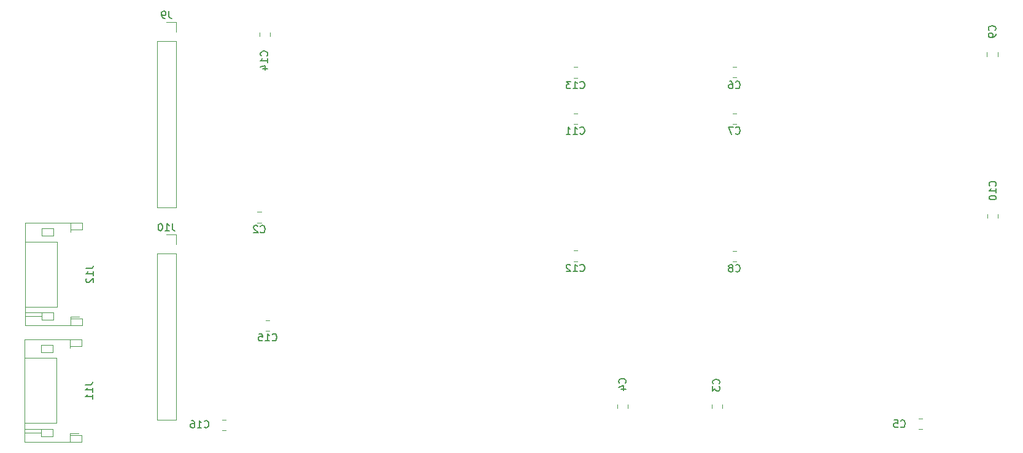
<source format=gbr>
%TF.GenerationSoftware,KiCad,Pcbnew,8.0.9*%
%TF.CreationDate,2025-05-07T23:17:47-04:00*%
%TF.ProjectId,RAMEXPB_V3,52414d45-5850-4425-9f56-332e6b696361,rev?*%
%TF.SameCoordinates,Original*%
%TF.FileFunction,Legend,Bot*%
%TF.FilePolarity,Positive*%
%FSLAX46Y46*%
G04 Gerber Fmt 4.6, Leading zero omitted, Abs format (unit mm)*
G04 Created by KiCad (PCBNEW 8.0.9) date 2025-05-07 23:17:47*
%MOMM*%
%LPD*%
G01*
G04 APERTURE LIST*
%ADD10C,0.150000*%
%ADD11C,0.120000*%
G04 APERTURE END LIST*
D10*
X173621666Y-115744580D02*
X173669285Y-115792200D01*
X173669285Y-115792200D02*
X173812142Y-115839819D01*
X173812142Y-115839819D02*
X173907380Y-115839819D01*
X173907380Y-115839819D02*
X174050237Y-115792200D01*
X174050237Y-115792200D02*
X174145475Y-115696961D01*
X174145475Y-115696961D02*
X174193094Y-115601723D01*
X174193094Y-115601723D02*
X174240713Y-115411247D01*
X174240713Y-115411247D02*
X174240713Y-115268390D01*
X174240713Y-115268390D02*
X174193094Y-115077914D01*
X174193094Y-115077914D02*
X174145475Y-114982676D01*
X174145475Y-114982676D02*
X174050237Y-114887438D01*
X174050237Y-114887438D02*
X173907380Y-114839819D01*
X173907380Y-114839819D02*
X173812142Y-114839819D01*
X173812142Y-114839819D02*
X173669285Y-114887438D01*
X173669285Y-114887438D02*
X173621666Y-114935057D01*
X172764523Y-114839819D02*
X172954999Y-114839819D01*
X172954999Y-114839819D02*
X173050237Y-114887438D01*
X173050237Y-114887438D02*
X173097856Y-114935057D01*
X173097856Y-114935057D02*
X173193094Y-115077914D01*
X173193094Y-115077914D02*
X173240713Y-115268390D01*
X173240713Y-115268390D02*
X173240713Y-115649342D01*
X173240713Y-115649342D02*
X173193094Y-115744580D01*
X173193094Y-115744580D02*
X173145475Y-115792200D01*
X173145475Y-115792200D02*
X173050237Y-115839819D01*
X173050237Y-115839819D02*
X172859761Y-115839819D01*
X172859761Y-115839819D02*
X172764523Y-115792200D01*
X172764523Y-115792200D02*
X172716904Y-115744580D01*
X172716904Y-115744580D02*
X172669285Y-115649342D01*
X172669285Y-115649342D02*
X172669285Y-115411247D01*
X172669285Y-115411247D02*
X172716904Y-115316009D01*
X172716904Y-115316009D02*
X172764523Y-115268390D01*
X172764523Y-115268390D02*
X172859761Y-115220771D01*
X172859761Y-115220771D02*
X173050237Y-115220771D01*
X173050237Y-115220771D02*
X173145475Y-115268390D01*
X173145475Y-115268390D02*
X173193094Y-115316009D01*
X173193094Y-115316009D02*
X173240713Y-115411247D01*
X95443333Y-105154819D02*
X95443333Y-105869104D01*
X95443333Y-105869104D02*
X95490952Y-106011961D01*
X95490952Y-106011961D02*
X95586190Y-106107200D01*
X95586190Y-106107200D02*
X95729047Y-106154819D01*
X95729047Y-106154819D02*
X95824285Y-106154819D01*
X94919523Y-106154819D02*
X94729047Y-106154819D01*
X94729047Y-106154819D02*
X94633809Y-106107200D01*
X94633809Y-106107200D02*
X94586190Y-106059580D01*
X94586190Y-106059580D02*
X94490952Y-105916723D01*
X94490952Y-105916723D02*
X94443333Y-105726247D01*
X94443333Y-105726247D02*
X94443333Y-105345295D01*
X94443333Y-105345295D02*
X94490952Y-105250057D01*
X94490952Y-105250057D02*
X94538571Y-105202438D01*
X94538571Y-105202438D02*
X94633809Y-105154819D01*
X94633809Y-105154819D02*
X94824285Y-105154819D01*
X94824285Y-105154819D02*
X94919523Y-105202438D01*
X94919523Y-105202438D02*
X94967142Y-105250057D01*
X94967142Y-105250057D02*
X95014761Y-105345295D01*
X95014761Y-105345295D02*
X95014761Y-105583390D01*
X95014761Y-105583390D02*
X94967142Y-105678628D01*
X94967142Y-105678628D02*
X94919523Y-105726247D01*
X94919523Y-105726247D02*
X94824285Y-105773866D01*
X94824285Y-105773866D02*
X94633809Y-105773866D01*
X94633809Y-105773866D02*
X94538571Y-105726247D01*
X94538571Y-105726247D02*
X94490952Y-105678628D01*
X94490952Y-105678628D02*
X94443333Y-105583390D01*
X158404580Y-156448333D02*
X158452200Y-156400714D01*
X158452200Y-156400714D02*
X158499819Y-156257857D01*
X158499819Y-156257857D02*
X158499819Y-156162619D01*
X158499819Y-156162619D02*
X158452200Y-156019762D01*
X158452200Y-156019762D02*
X158356961Y-155924524D01*
X158356961Y-155924524D02*
X158261723Y-155876905D01*
X158261723Y-155876905D02*
X158071247Y-155829286D01*
X158071247Y-155829286D02*
X157928390Y-155829286D01*
X157928390Y-155829286D02*
X157737914Y-155876905D01*
X157737914Y-155876905D02*
X157642676Y-155924524D01*
X157642676Y-155924524D02*
X157547438Y-156019762D01*
X157547438Y-156019762D02*
X157499819Y-156162619D01*
X157499819Y-156162619D02*
X157499819Y-156257857D01*
X157499819Y-156257857D02*
X157547438Y-156400714D01*
X157547438Y-156400714D02*
X157595057Y-156448333D01*
X157833152Y-157305476D02*
X158499819Y-157305476D01*
X157452200Y-157067381D02*
X158166485Y-156829286D01*
X158166485Y-156829286D02*
X158166485Y-157448333D01*
X109697857Y-150554580D02*
X109745476Y-150602200D01*
X109745476Y-150602200D02*
X109888333Y-150649819D01*
X109888333Y-150649819D02*
X109983571Y-150649819D01*
X109983571Y-150649819D02*
X110126428Y-150602200D01*
X110126428Y-150602200D02*
X110221666Y-150506961D01*
X110221666Y-150506961D02*
X110269285Y-150411723D01*
X110269285Y-150411723D02*
X110316904Y-150221247D01*
X110316904Y-150221247D02*
X110316904Y-150078390D01*
X110316904Y-150078390D02*
X110269285Y-149887914D01*
X110269285Y-149887914D02*
X110221666Y-149792676D01*
X110221666Y-149792676D02*
X110126428Y-149697438D01*
X110126428Y-149697438D02*
X109983571Y-149649819D01*
X109983571Y-149649819D02*
X109888333Y-149649819D01*
X109888333Y-149649819D02*
X109745476Y-149697438D01*
X109745476Y-149697438D02*
X109697857Y-149745057D01*
X108745476Y-150649819D02*
X109316904Y-150649819D01*
X109031190Y-150649819D02*
X109031190Y-149649819D01*
X109031190Y-149649819D02*
X109126428Y-149792676D01*
X109126428Y-149792676D02*
X109221666Y-149887914D01*
X109221666Y-149887914D02*
X109316904Y-149935533D01*
X107840714Y-149649819D02*
X108316904Y-149649819D01*
X108316904Y-149649819D02*
X108364523Y-150126009D01*
X108364523Y-150126009D02*
X108316904Y-150078390D01*
X108316904Y-150078390D02*
X108221666Y-150030771D01*
X108221666Y-150030771D02*
X107983571Y-150030771D01*
X107983571Y-150030771D02*
X107888333Y-150078390D01*
X107888333Y-150078390D02*
X107840714Y-150126009D01*
X107840714Y-150126009D02*
X107793095Y-150221247D01*
X107793095Y-150221247D02*
X107793095Y-150459342D01*
X107793095Y-150459342D02*
X107840714Y-150554580D01*
X107840714Y-150554580D02*
X107888333Y-150602200D01*
X107888333Y-150602200D02*
X107983571Y-150649819D01*
X107983571Y-150649819D02*
X108221666Y-150649819D01*
X108221666Y-150649819D02*
X108316904Y-150602200D01*
X108316904Y-150602200D02*
X108364523Y-150554580D01*
X173621666Y-141034580D02*
X173669285Y-141082200D01*
X173669285Y-141082200D02*
X173812142Y-141129819D01*
X173812142Y-141129819D02*
X173907380Y-141129819D01*
X173907380Y-141129819D02*
X174050237Y-141082200D01*
X174050237Y-141082200D02*
X174145475Y-140986961D01*
X174145475Y-140986961D02*
X174193094Y-140891723D01*
X174193094Y-140891723D02*
X174240713Y-140701247D01*
X174240713Y-140701247D02*
X174240713Y-140558390D01*
X174240713Y-140558390D02*
X174193094Y-140367914D01*
X174193094Y-140367914D02*
X174145475Y-140272676D01*
X174145475Y-140272676D02*
X174050237Y-140177438D01*
X174050237Y-140177438D02*
X173907380Y-140129819D01*
X173907380Y-140129819D02*
X173812142Y-140129819D01*
X173812142Y-140129819D02*
X173669285Y-140177438D01*
X173669285Y-140177438D02*
X173621666Y-140225057D01*
X173050237Y-140558390D02*
X173145475Y-140510771D01*
X173145475Y-140510771D02*
X173193094Y-140463152D01*
X173193094Y-140463152D02*
X173240713Y-140367914D01*
X173240713Y-140367914D02*
X173240713Y-140320295D01*
X173240713Y-140320295D02*
X173193094Y-140225057D01*
X173193094Y-140225057D02*
X173145475Y-140177438D01*
X173145475Y-140177438D02*
X173050237Y-140129819D01*
X173050237Y-140129819D02*
X172859761Y-140129819D01*
X172859761Y-140129819D02*
X172764523Y-140177438D01*
X172764523Y-140177438D02*
X172716904Y-140225057D01*
X172716904Y-140225057D02*
X172669285Y-140320295D01*
X172669285Y-140320295D02*
X172669285Y-140367914D01*
X172669285Y-140367914D02*
X172716904Y-140463152D01*
X172716904Y-140463152D02*
X172764523Y-140510771D01*
X172764523Y-140510771D02*
X172859761Y-140558390D01*
X172859761Y-140558390D02*
X173050237Y-140558390D01*
X173050237Y-140558390D02*
X173145475Y-140606009D01*
X173145475Y-140606009D02*
X173193094Y-140653628D01*
X173193094Y-140653628D02*
X173240713Y-140748866D01*
X173240713Y-140748866D02*
X173240713Y-140939342D01*
X173240713Y-140939342D02*
X173193094Y-141034580D01*
X173193094Y-141034580D02*
X173145475Y-141082200D01*
X173145475Y-141082200D02*
X173050237Y-141129819D01*
X173050237Y-141129819D02*
X172859761Y-141129819D01*
X172859761Y-141129819D02*
X172764523Y-141082200D01*
X172764523Y-141082200D02*
X172716904Y-141034580D01*
X172716904Y-141034580D02*
X172669285Y-140939342D01*
X172669285Y-140939342D02*
X172669285Y-140748866D01*
X172669285Y-140748866D02*
X172716904Y-140653628D01*
X172716904Y-140653628D02*
X172764523Y-140606009D01*
X172764523Y-140606009D02*
X172859761Y-140558390D01*
X95919523Y-134454819D02*
X95919523Y-135169104D01*
X95919523Y-135169104D02*
X95967142Y-135311961D01*
X95967142Y-135311961D02*
X96062380Y-135407200D01*
X96062380Y-135407200D02*
X96205237Y-135454819D01*
X96205237Y-135454819D02*
X96300475Y-135454819D01*
X94919523Y-135454819D02*
X95490951Y-135454819D01*
X95205237Y-135454819D02*
X95205237Y-134454819D01*
X95205237Y-134454819D02*
X95300475Y-134597676D01*
X95300475Y-134597676D02*
X95395713Y-134692914D01*
X95395713Y-134692914D02*
X95490951Y-134740533D01*
X94300475Y-134454819D02*
X94205237Y-134454819D01*
X94205237Y-134454819D02*
X94109999Y-134502438D01*
X94109999Y-134502438D02*
X94062380Y-134550057D01*
X94062380Y-134550057D02*
X94014761Y-134645295D01*
X94014761Y-134645295D02*
X93967142Y-134835771D01*
X93967142Y-134835771D02*
X93967142Y-135073866D01*
X93967142Y-135073866D02*
X94014761Y-135264342D01*
X94014761Y-135264342D02*
X94062380Y-135359580D01*
X94062380Y-135359580D02*
X94109999Y-135407200D01*
X94109999Y-135407200D02*
X94205237Y-135454819D01*
X94205237Y-135454819D02*
X94300475Y-135454819D01*
X94300475Y-135454819D02*
X94395713Y-135407200D01*
X94395713Y-135407200D02*
X94443332Y-135359580D01*
X94443332Y-135359580D02*
X94490951Y-135264342D01*
X94490951Y-135264342D02*
X94538570Y-135073866D01*
X94538570Y-135073866D02*
X94538570Y-134835771D01*
X94538570Y-134835771D02*
X94490951Y-134645295D01*
X94490951Y-134645295D02*
X94443332Y-134550057D01*
X94443332Y-134550057D02*
X94395713Y-134502438D01*
X94395713Y-134502438D02*
X94300475Y-134454819D01*
X196401666Y-162474580D02*
X196449285Y-162522200D01*
X196449285Y-162522200D02*
X196592142Y-162569819D01*
X196592142Y-162569819D02*
X196687380Y-162569819D01*
X196687380Y-162569819D02*
X196830237Y-162522200D01*
X196830237Y-162522200D02*
X196925475Y-162426961D01*
X196925475Y-162426961D02*
X196973094Y-162331723D01*
X196973094Y-162331723D02*
X197020713Y-162141247D01*
X197020713Y-162141247D02*
X197020713Y-161998390D01*
X197020713Y-161998390D02*
X196973094Y-161807914D01*
X196973094Y-161807914D02*
X196925475Y-161712676D01*
X196925475Y-161712676D02*
X196830237Y-161617438D01*
X196830237Y-161617438D02*
X196687380Y-161569819D01*
X196687380Y-161569819D02*
X196592142Y-161569819D01*
X196592142Y-161569819D02*
X196449285Y-161617438D01*
X196449285Y-161617438D02*
X196401666Y-161665057D01*
X195496904Y-161569819D02*
X195973094Y-161569819D01*
X195973094Y-161569819D02*
X196020713Y-162046009D01*
X196020713Y-162046009D02*
X195973094Y-161998390D01*
X195973094Y-161998390D02*
X195877856Y-161950771D01*
X195877856Y-161950771D02*
X195639761Y-161950771D01*
X195639761Y-161950771D02*
X195544523Y-161998390D01*
X195544523Y-161998390D02*
X195496904Y-162046009D01*
X195496904Y-162046009D02*
X195449285Y-162141247D01*
X195449285Y-162141247D02*
X195449285Y-162379342D01*
X195449285Y-162379342D02*
X195496904Y-162474580D01*
X195496904Y-162474580D02*
X195544523Y-162522200D01*
X195544523Y-162522200D02*
X195639761Y-162569819D01*
X195639761Y-162569819D02*
X195877856Y-162569819D01*
X195877856Y-162569819D02*
X195973094Y-162522200D01*
X195973094Y-162522200D02*
X196020713Y-162474580D01*
X108974580Y-111312142D02*
X109022200Y-111264523D01*
X109022200Y-111264523D02*
X109069819Y-111121666D01*
X109069819Y-111121666D02*
X109069819Y-111026428D01*
X109069819Y-111026428D02*
X109022200Y-110883571D01*
X109022200Y-110883571D02*
X108926961Y-110788333D01*
X108926961Y-110788333D02*
X108831723Y-110740714D01*
X108831723Y-110740714D02*
X108641247Y-110693095D01*
X108641247Y-110693095D02*
X108498390Y-110693095D01*
X108498390Y-110693095D02*
X108307914Y-110740714D01*
X108307914Y-110740714D02*
X108212676Y-110788333D01*
X108212676Y-110788333D02*
X108117438Y-110883571D01*
X108117438Y-110883571D02*
X108069819Y-111026428D01*
X108069819Y-111026428D02*
X108069819Y-111121666D01*
X108069819Y-111121666D02*
X108117438Y-111264523D01*
X108117438Y-111264523D02*
X108165057Y-111312142D01*
X109069819Y-112264523D02*
X109069819Y-111693095D01*
X109069819Y-111978809D02*
X108069819Y-111978809D01*
X108069819Y-111978809D02*
X108212676Y-111883571D01*
X108212676Y-111883571D02*
X108307914Y-111788333D01*
X108307914Y-111788333D02*
X108355533Y-111693095D01*
X108403152Y-113121666D02*
X109069819Y-113121666D01*
X108022200Y-112883571D02*
X108736485Y-112645476D01*
X108736485Y-112645476D02*
X108736485Y-113264523D01*
X108071666Y-135644580D02*
X108119285Y-135692200D01*
X108119285Y-135692200D02*
X108262142Y-135739819D01*
X108262142Y-135739819D02*
X108357380Y-135739819D01*
X108357380Y-135739819D02*
X108500237Y-135692200D01*
X108500237Y-135692200D02*
X108595475Y-135596961D01*
X108595475Y-135596961D02*
X108643094Y-135501723D01*
X108643094Y-135501723D02*
X108690713Y-135311247D01*
X108690713Y-135311247D02*
X108690713Y-135168390D01*
X108690713Y-135168390D02*
X108643094Y-134977914D01*
X108643094Y-134977914D02*
X108595475Y-134882676D01*
X108595475Y-134882676D02*
X108500237Y-134787438D01*
X108500237Y-134787438D02*
X108357380Y-134739819D01*
X108357380Y-134739819D02*
X108262142Y-134739819D01*
X108262142Y-134739819D02*
X108119285Y-134787438D01*
X108119285Y-134787438D02*
X108071666Y-134835057D01*
X107690713Y-134835057D02*
X107643094Y-134787438D01*
X107643094Y-134787438D02*
X107547856Y-134739819D01*
X107547856Y-134739819D02*
X107309761Y-134739819D01*
X107309761Y-134739819D02*
X107214523Y-134787438D01*
X107214523Y-134787438D02*
X107166904Y-134835057D01*
X107166904Y-134835057D02*
X107119285Y-134930295D01*
X107119285Y-134930295D02*
X107119285Y-135025533D01*
X107119285Y-135025533D02*
X107166904Y-135168390D01*
X107166904Y-135168390D02*
X107738332Y-135739819D01*
X107738332Y-135739819D02*
X107119285Y-135739819D01*
X209494580Y-129272142D02*
X209542200Y-129224523D01*
X209542200Y-129224523D02*
X209589819Y-129081666D01*
X209589819Y-129081666D02*
X209589819Y-128986428D01*
X209589819Y-128986428D02*
X209542200Y-128843571D01*
X209542200Y-128843571D02*
X209446961Y-128748333D01*
X209446961Y-128748333D02*
X209351723Y-128700714D01*
X209351723Y-128700714D02*
X209161247Y-128653095D01*
X209161247Y-128653095D02*
X209018390Y-128653095D01*
X209018390Y-128653095D02*
X208827914Y-128700714D01*
X208827914Y-128700714D02*
X208732676Y-128748333D01*
X208732676Y-128748333D02*
X208637438Y-128843571D01*
X208637438Y-128843571D02*
X208589819Y-128986428D01*
X208589819Y-128986428D02*
X208589819Y-129081666D01*
X208589819Y-129081666D02*
X208637438Y-129224523D01*
X208637438Y-129224523D02*
X208685057Y-129272142D01*
X209589819Y-130224523D02*
X209589819Y-129653095D01*
X209589819Y-129938809D02*
X208589819Y-129938809D01*
X208589819Y-129938809D02*
X208732676Y-129843571D01*
X208732676Y-129843571D02*
X208827914Y-129748333D01*
X208827914Y-129748333D02*
X208875533Y-129653095D01*
X208589819Y-130843571D02*
X208589819Y-130938809D01*
X208589819Y-130938809D02*
X208637438Y-131034047D01*
X208637438Y-131034047D02*
X208685057Y-131081666D01*
X208685057Y-131081666D02*
X208780295Y-131129285D01*
X208780295Y-131129285D02*
X208970771Y-131176904D01*
X208970771Y-131176904D02*
X209208866Y-131176904D01*
X209208866Y-131176904D02*
X209399342Y-131129285D01*
X209399342Y-131129285D02*
X209494580Y-131081666D01*
X209494580Y-131081666D02*
X209542200Y-131034047D01*
X209542200Y-131034047D02*
X209589819Y-130938809D01*
X209589819Y-130938809D02*
X209589819Y-130843571D01*
X209589819Y-130843571D02*
X209542200Y-130748333D01*
X209542200Y-130748333D02*
X209494580Y-130700714D01*
X209494580Y-130700714D02*
X209399342Y-130653095D01*
X209399342Y-130653095D02*
X209208866Y-130605476D01*
X209208866Y-130605476D02*
X208970771Y-130605476D01*
X208970771Y-130605476D02*
X208780295Y-130653095D01*
X208780295Y-130653095D02*
X208685057Y-130700714D01*
X208685057Y-130700714D02*
X208637438Y-130748333D01*
X208637438Y-130748333D02*
X208589819Y-130843571D01*
X152162857Y-115759580D02*
X152210476Y-115807200D01*
X152210476Y-115807200D02*
X152353333Y-115854819D01*
X152353333Y-115854819D02*
X152448571Y-115854819D01*
X152448571Y-115854819D02*
X152591428Y-115807200D01*
X152591428Y-115807200D02*
X152686666Y-115711961D01*
X152686666Y-115711961D02*
X152734285Y-115616723D01*
X152734285Y-115616723D02*
X152781904Y-115426247D01*
X152781904Y-115426247D02*
X152781904Y-115283390D01*
X152781904Y-115283390D02*
X152734285Y-115092914D01*
X152734285Y-115092914D02*
X152686666Y-114997676D01*
X152686666Y-114997676D02*
X152591428Y-114902438D01*
X152591428Y-114902438D02*
X152448571Y-114854819D01*
X152448571Y-114854819D02*
X152353333Y-114854819D01*
X152353333Y-114854819D02*
X152210476Y-114902438D01*
X152210476Y-114902438D02*
X152162857Y-114950057D01*
X151210476Y-115854819D02*
X151781904Y-115854819D01*
X151496190Y-115854819D02*
X151496190Y-114854819D01*
X151496190Y-114854819D02*
X151591428Y-114997676D01*
X151591428Y-114997676D02*
X151686666Y-115092914D01*
X151686666Y-115092914D02*
X151781904Y-115140533D01*
X150877142Y-114854819D02*
X150258095Y-114854819D01*
X150258095Y-114854819D02*
X150591428Y-115235771D01*
X150591428Y-115235771D02*
X150448571Y-115235771D01*
X150448571Y-115235771D02*
X150353333Y-115283390D01*
X150353333Y-115283390D02*
X150305714Y-115331009D01*
X150305714Y-115331009D02*
X150258095Y-115426247D01*
X150258095Y-115426247D02*
X150258095Y-115664342D01*
X150258095Y-115664342D02*
X150305714Y-115759580D01*
X150305714Y-115759580D02*
X150353333Y-115807200D01*
X150353333Y-115807200D02*
X150448571Y-115854819D01*
X150448571Y-115854819D02*
X150734285Y-115854819D01*
X150734285Y-115854819D02*
X150829523Y-115807200D01*
X150829523Y-115807200D02*
X150877142Y-115759580D01*
X171334580Y-156578333D02*
X171382200Y-156530714D01*
X171382200Y-156530714D02*
X171429819Y-156387857D01*
X171429819Y-156387857D02*
X171429819Y-156292619D01*
X171429819Y-156292619D02*
X171382200Y-156149762D01*
X171382200Y-156149762D02*
X171286961Y-156054524D01*
X171286961Y-156054524D02*
X171191723Y-156006905D01*
X171191723Y-156006905D02*
X171001247Y-155959286D01*
X171001247Y-155959286D02*
X170858390Y-155959286D01*
X170858390Y-155959286D02*
X170667914Y-156006905D01*
X170667914Y-156006905D02*
X170572676Y-156054524D01*
X170572676Y-156054524D02*
X170477438Y-156149762D01*
X170477438Y-156149762D02*
X170429819Y-156292619D01*
X170429819Y-156292619D02*
X170429819Y-156387857D01*
X170429819Y-156387857D02*
X170477438Y-156530714D01*
X170477438Y-156530714D02*
X170525057Y-156578333D01*
X170429819Y-156911667D02*
X170429819Y-157530714D01*
X170429819Y-157530714D02*
X170810771Y-157197381D01*
X170810771Y-157197381D02*
X170810771Y-157340238D01*
X170810771Y-157340238D02*
X170858390Y-157435476D01*
X170858390Y-157435476D02*
X170906009Y-157483095D01*
X170906009Y-157483095D02*
X171001247Y-157530714D01*
X171001247Y-157530714D02*
X171239342Y-157530714D01*
X171239342Y-157530714D02*
X171334580Y-157483095D01*
X171334580Y-157483095D02*
X171382200Y-157435476D01*
X171382200Y-157435476D02*
X171429819Y-157340238D01*
X171429819Y-157340238D02*
X171429819Y-157054524D01*
X171429819Y-157054524D02*
X171382200Y-156959286D01*
X171382200Y-156959286D02*
X171334580Y-156911667D01*
X209414580Y-107808333D02*
X209462200Y-107760714D01*
X209462200Y-107760714D02*
X209509819Y-107617857D01*
X209509819Y-107617857D02*
X209509819Y-107522619D01*
X209509819Y-107522619D02*
X209462200Y-107379762D01*
X209462200Y-107379762D02*
X209366961Y-107284524D01*
X209366961Y-107284524D02*
X209271723Y-107236905D01*
X209271723Y-107236905D02*
X209081247Y-107189286D01*
X209081247Y-107189286D02*
X208938390Y-107189286D01*
X208938390Y-107189286D02*
X208747914Y-107236905D01*
X208747914Y-107236905D02*
X208652676Y-107284524D01*
X208652676Y-107284524D02*
X208557438Y-107379762D01*
X208557438Y-107379762D02*
X208509819Y-107522619D01*
X208509819Y-107522619D02*
X208509819Y-107617857D01*
X208509819Y-107617857D02*
X208557438Y-107760714D01*
X208557438Y-107760714D02*
X208605057Y-107808333D01*
X209509819Y-108284524D02*
X209509819Y-108475000D01*
X209509819Y-108475000D02*
X209462200Y-108570238D01*
X209462200Y-108570238D02*
X209414580Y-108617857D01*
X209414580Y-108617857D02*
X209271723Y-108713095D01*
X209271723Y-108713095D02*
X209081247Y-108760714D01*
X209081247Y-108760714D02*
X208700295Y-108760714D01*
X208700295Y-108760714D02*
X208605057Y-108713095D01*
X208605057Y-108713095D02*
X208557438Y-108665476D01*
X208557438Y-108665476D02*
X208509819Y-108570238D01*
X208509819Y-108570238D02*
X208509819Y-108379762D01*
X208509819Y-108379762D02*
X208557438Y-108284524D01*
X208557438Y-108284524D02*
X208605057Y-108236905D01*
X208605057Y-108236905D02*
X208700295Y-108189286D01*
X208700295Y-108189286D02*
X208938390Y-108189286D01*
X208938390Y-108189286D02*
X209033628Y-108236905D01*
X209033628Y-108236905D02*
X209081247Y-108284524D01*
X209081247Y-108284524D02*
X209128866Y-108379762D01*
X209128866Y-108379762D02*
X209128866Y-108570238D01*
X209128866Y-108570238D02*
X209081247Y-108665476D01*
X209081247Y-108665476D02*
X209033628Y-108713095D01*
X209033628Y-108713095D02*
X208938390Y-108760714D01*
X100327857Y-162534580D02*
X100375476Y-162582200D01*
X100375476Y-162582200D02*
X100518333Y-162629819D01*
X100518333Y-162629819D02*
X100613571Y-162629819D01*
X100613571Y-162629819D02*
X100756428Y-162582200D01*
X100756428Y-162582200D02*
X100851666Y-162486961D01*
X100851666Y-162486961D02*
X100899285Y-162391723D01*
X100899285Y-162391723D02*
X100946904Y-162201247D01*
X100946904Y-162201247D02*
X100946904Y-162058390D01*
X100946904Y-162058390D02*
X100899285Y-161867914D01*
X100899285Y-161867914D02*
X100851666Y-161772676D01*
X100851666Y-161772676D02*
X100756428Y-161677438D01*
X100756428Y-161677438D02*
X100613571Y-161629819D01*
X100613571Y-161629819D02*
X100518333Y-161629819D01*
X100518333Y-161629819D02*
X100375476Y-161677438D01*
X100375476Y-161677438D02*
X100327857Y-161725057D01*
X99375476Y-162629819D02*
X99946904Y-162629819D01*
X99661190Y-162629819D02*
X99661190Y-161629819D01*
X99661190Y-161629819D02*
X99756428Y-161772676D01*
X99756428Y-161772676D02*
X99851666Y-161867914D01*
X99851666Y-161867914D02*
X99946904Y-161915533D01*
X98518333Y-161629819D02*
X98708809Y-161629819D01*
X98708809Y-161629819D02*
X98804047Y-161677438D01*
X98804047Y-161677438D02*
X98851666Y-161725057D01*
X98851666Y-161725057D02*
X98946904Y-161867914D01*
X98946904Y-161867914D02*
X98994523Y-162058390D01*
X98994523Y-162058390D02*
X98994523Y-162439342D01*
X98994523Y-162439342D02*
X98946904Y-162534580D01*
X98946904Y-162534580D02*
X98899285Y-162582200D01*
X98899285Y-162582200D02*
X98804047Y-162629819D01*
X98804047Y-162629819D02*
X98613571Y-162629819D01*
X98613571Y-162629819D02*
X98518333Y-162582200D01*
X98518333Y-162582200D02*
X98470714Y-162534580D01*
X98470714Y-162534580D02*
X98423095Y-162439342D01*
X98423095Y-162439342D02*
X98423095Y-162201247D01*
X98423095Y-162201247D02*
X98470714Y-162106009D01*
X98470714Y-162106009D02*
X98518333Y-162058390D01*
X98518333Y-162058390D02*
X98613571Y-162010771D01*
X98613571Y-162010771D02*
X98804047Y-162010771D01*
X98804047Y-162010771D02*
X98899285Y-162058390D01*
X98899285Y-162058390D02*
X98946904Y-162106009D01*
X98946904Y-162106009D02*
X98994523Y-162201247D01*
X83919819Y-156690476D02*
X84634104Y-156690476D01*
X84634104Y-156690476D02*
X84776961Y-156642857D01*
X84776961Y-156642857D02*
X84872200Y-156547619D01*
X84872200Y-156547619D02*
X84919819Y-156404762D01*
X84919819Y-156404762D02*
X84919819Y-156309524D01*
X84919819Y-157690476D02*
X84919819Y-157119048D01*
X84919819Y-157404762D02*
X83919819Y-157404762D01*
X83919819Y-157404762D02*
X84062676Y-157309524D01*
X84062676Y-157309524D02*
X84157914Y-157214286D01*
X84157914Y-157214286D02*
X84205533Y-157119048D01*
X84919819Y-158642857D02*
X84919819Y-158071429D01*
X84919819Y-158357143D02*
X83919819Y-158357143D01*
X83919819Y-158357143D02*
X84062676Y-158261905D01*
X84062676Y-158261905D02*
X84157914Y-158166667D01*
X84157914Y-158166667D02*
X84205533Y-158071429D01*
X152162857Y-122029580D02*
X152210476Y-122077200D01*
X152210476Y-122077200D02*
X152353333Y-122124819D01*
X152353333Y-122124819D02*
X152448571Y-122124819D01*
X152448571Y-122124819D02*
X152591428Y-122077200D01*
X152591428Y-122077200D02*
X152686666Y-121981961D01*
X152686666Y-121981961D02*
X152734285Y-121886723D01*
X152734285Y-121886723D02*
X152781904Y-121696247D01*
X152781904Y-121696247D02*
X152781904Y-121553390D01*
X152781904Y-121553390D02*
X152734285Y-121362914D01*
X152734285Y-121362914D02*
X152686666Y-121267676D01*
X152686666Y-121267676D02*
X152591428Y-121172438D01*
X152591428Y-121172438D02*
X152448571Y-121124819D01*
X152448571Y-121124819D02*
X152353333Y-121124819D01*
X152353333Y-121124819D02*
X152210476Y-121172438D01*
X152210476Y-121172438D02*
X152162857Y-121220057D01*
X151210476Y-122124819D02*
X151781904Y-122124819D01*
X151496190Y-122124819D02*
X151496190Y-121124819D01*
X151496190Y-121124819D02*
X151591428Y-121267676D01*
X151591428Y-121267676D02*
X151686666Y-121362914D01*
X151686666Y-121362914D02*
X151781904Y-121410533D01*
X150258095Y-122124819D02*
X150829523Y-122124819D01*
X150543809Y-122124819D02*
X150543809Y-121124819D01*
X150543809Y-121124819D02*
X150639047Y-121267676D01*
X150639047Y-121267676D02*
X150734285Y-121362914D01*
X150734285Y-121362914D02*
X150829523Y-121410533D01*
X152162857Y-140979580D02*
X152210476Y-141027200D01*
X152210476Y-141027200D02*
X152353333Y-141074819D01*
X152353333Y-141074819D02*
X152448571Y-141074819D01*
X152448571Y-141074819D02*
X152591428Y-141027200D01*
X152591428Y-141027200D02*
X152686666Y-140931961D01*
X152686666Y-140931961D02*
X152734285Y-140836723D01*
X152734285Y-140836723D02*
X152781904Y-140646247D01*
X152781904Y-140646247D02*
X152781904Y-140503390D01*
X152781904Y-140503390D02*
X152734285Y-140312914D01*
X152734285Y-140312914D02*
X152686666Y-140217676D01*
X152686666Y-140217676D02*
X152591428Y-140122438D01*
X152591428Y-140122438D02*
X152448571Y-140074819D01*
X152448571Y-140074819D02*
X152353333Y-140074819D01*
X152353333Y-140074819D02*
X152210476Y-140122438D01*
X152210476Y-140122438D02*
X152162857Y-140170057D01*
X151210476Y-141074819D02*
X151781904Y-141074819D01*
X151496190Y-141074819D02*
X151496190Y-140074819D01*
X151496190Y-140074819D02*
X151591428Y-140217676D01*
X151591428Y-140217676D02*
X151686666Y-140312914D01*
X151686666Y-140312914D02*
X151781904Y-140360533D01*
X150829523Y-140170057D02*
X150781904Y-140122438D01*
X150781904Y-140122438D02*
X150686666Y-140074819D01*
X150686666Y-140074819D02*
X150448571Y-140074819D01*
X150448571Y-140074819D02*
X150353333Y-140122438D01*
X150353333Y-140122438D02*
X150305714Y-140170057D01*
X150305714Y-140170057D02*
X150258095Y-140265295D01*
X150258095Y-140265295D02*
X150258095Y-140360533D01*
X150258095Y-140360533D02*
X150305714Y-140503390D01*
X150305714Y-140503390D02*
X150877142Y-141074819D01*
X150877142Y-141074819D02*
X150258095Y-141074819D01*
X83999819Y-140645476D02*
X84714104Y-140645476D01*
X84714104Y-140645476D02*
X84856961Y-140597857D01*
X84856961Y-140597857D02*
X84952200Y-140502619D01*
X84952200Y-140502619D02*
X84999819Y-140359762D01*
X84999819Y-140359762D02*
X84999819Y-140264524D01*
X84999819Y-141645476D02*
X84999819Y-141074048D01*
X84999819Y-141359762D02*
X83999819Y-141359762D01*
X83999819Y-141359762D02*
X84142676Y-141264524D01*
X84142676Y-141264524D02*
X84237914Y-141169286D01*
X84237914Y-141169286D02*
X84285533Y-141074048D01*
X84095057Y-142026429D02*
X84047438Y-142074048D01*
X84047438Y-142074048D02*
X83999819Y-142169286D01*
X83999819Y-142169286D02*
X83999819Y-142407381D01*
X83999819Y-142407381D02*
X84047438Y-142502619D01*
X84047438Y-142502619D02*
X84095057Y-142550238D01*
X84095057Y-142550238D02*
X84190295Y-142597857D01*
X84190295Y-142597857D02*
X84285533Y-142597857D01*
X84285533Y-142597857D02*
X84428390Y-142550238D01*
X84428390Y-142550238D02*
X84999819Y-141978810D01*
X84999819Y-141978810D02*
X84999819Y-142597857D01*
X173621666Y-122029580D02*
X173669285Y-122077200D01*
X173669285Y-122077200D02*
X173812142Y-122124819D01*
X173812142Y-122124819D02*
X173907380Y-122124819D01*
X173907380Y-122124819D02*
X174050237Y-122077200D01*
X174050237Y-122077200D02*
X174145475Y-121981961D01*
X174145475Y-121981961D02*
X174193094Y-121886723D01*
X174193094Y-121886723D02*
X174240713Y-121696247D01*
X174240713Y-121696247D02*
X174240713Y-121553390D01*
X174240713Y-121553390D02*
X174193094Y-121362914D01*
X174193094Y-121362914D02*
X174145475Y-121267676D01*
X174145475Y-121267676D02*
X174050237Y-121172438D01*
X174050237Y-121172438D02*
X173907380Y-121124819D01*
X173907380Y-121124819D02*
X173812142Y-121124819D01*
X173812142Y-121124819D02*
X173669285Y-121172438D01*
X173669285Y-121172438D02*
X173621666Y-121220057D01*
X173288332Y-121124819D02*
X172621666Y-121124819D01*
X172621666Y-121124819D02*
X173050237Y-122124819D01*
D11*
%TO.C,C6*%
X173716252Y-112860000D02*
X173193748Y-112860000D01*
X173716252Y-114330000D02*
X173193748Y-114330000D01*
%TO.C,J9*%
X93780000Y-109300000D02*
X96440000Y-109300000D01*
X93780000Y-132220000D02*
X93780000Y-109300000D01*
X93780000Y-132220000D02*
X96440000Y-132220000D01*
X95110000Y-106700000D02*
X96440000Y-106700000D01*
X96440000Y-106700000D02*
X96440000Y-108030000D01*
X96440000Y-132220000D02*
X96440000Y-109300000D01*
%TO.C,C4*%
X157280000Y-159413748D02*
X157280000Y-159936252D01*
X158750000Y-159413748D02*
X158750000Y-159936252D01*
%TO.C,C15*%
X109316252Y-147780000D02*
X108793748Y-147780000D01*
X109316252Y-149250000D02*
X108793748Y-149250000D01*
%TO.C,C8*%
X173716252Y-138260000D02*
X173193748Y-138260000D01*
X173716252Y-139730000D02*
X173193748Y-139730000D01*
%TO.C,J10*%
X93780000Y-138600000D02*
X96440000Y-138600000D01*
X93780000Y-161520000D02*
X93780000Y-138600000D01*
X93780000Y-161520000D02*
X96440000Y-161520000D01*
X95110000Y-136000000D02*
X96440000Y-136000000D01*
X96440000Y-136000000D02*
X96440000Y-137330000D01*
X96440000Y-161520000D02*
X96440000Y-138600000D01*
%TO.C,C5*%
X199386252Y-161370000D02*
X198863748Y-161370000D01*
X199386252Y-162840000D02*
X198863748Y-162840000D01*
%TO.C,C14*%
X107930000Y-108616252D02*
X107930000Y-108093748D01*
X109400000Y-108616252D02*
X109400000Y-108093748D01*
%TO.C,C2*%
X108166252Y-132870000D02*
X107643748Y-132870000D01*
X108166252Y-134340000D02*
X107643748Y-134340000D01*
%TO.C,C10*%
X208360000Y-133656252D02*
X208360000Y-133133748D01*
X209830000Y-133656252D02*
X209830000Y-133133748D01*
%TO.C,C13*%
X151781252Y-112875000D02*
X151258748Y-112875000D01*
X151781252Y-114345000D02*
X151258748Y-114345000D01*
%TO.C,C3*%
X170310000Y-159413748D02*
X170310000Y-159936252D01*
X171780000Y-159413748D02*
X171780000Y-159936252D01*
%TO.C,C9*%
X208310000Y-111376252D02*
X208310000Y-110853748D01*
X209780000Y-111376252D02*
X209780000Y-110853748D01*
%TO.C,C16*%
X102793748Y-161530000D02*
X103316252Y-161530000D01*
X102793748Y-163000000D02*
X103316252Y-163000000D01*
%TO.C,J11*%
X75555000Y-150440000D02*
X75555000Y-164560000D01*
X75555000Y-153000000D02*
X79915000Y-153000000D01*
X75555000Y-162800000D02*
X77815000Y-162800000D01*
X75555000Y-163300000D02*
X77815000Y-163300000D01*
X75555000Y-164560000D02*
X83375000Y-164560000D01*
X77815000Y-151200000D02*
X79415000Y-151200000D01*
X77815000Y-152200000D02*
X77815000Y-151200000D01*
X77815000Y-162800000D02*
X77815000Y-163800000D01*
X77815000Y-163800000D02*
X79415000Y-163800000D01*
X79415000Y-151200000D02*
X79415000Y-152200000D01*
X79415000Y-152200000D02*
X77815000Y-152200000D01*
X79415000Y-162800000D02*
X77815000Y-162800000D01*
X79415000Y-163800000D02*
X79415000Y-162800000D01*
X79915000Y-153000000D02*
X79915000Y-162000000D01*
X79915000Y-162000000D02*
X75555000Y-162000000D01*
X81775000Y-151360000D02*
X81775000Y-150440000D01*
X81775000Y-151360000D02*
X83375000Y-151360000D01*
X81775000Y-151640000D02*
X81775000Y-151360000D01*
X81775000Y-163640000D02*
X81775000Y-163360000D01*
X81775000Y-163640000D02*
X81775000Y-164560000D01*
X82990000Y-163360000D02*
X81775000Y-163360000D01*
X83375000Y-150440000D02*
X75555000Y-150440000D01*
X83375000Y-151360000D02*
X83375000Y-150440000D01*
X83375000Y-163640000D02*
X81775000Y-163640000D01*
X83375000Y-164560000D02*
X83375000Y-163640000D01*
%TO.C,C11*%
X151781252Y-119255000D02*
X151258748Y-119255000D01*
X151781252Y-120725000D02*
X151258748Y-120725000D01*
%TO.C,C12*%
X151781252Y-138205000D02*
X151258748Y-138205000D01*
X151781252Y-139675000D02*
X151258748Y-139675000D01*
%TO.C,J12*%
X75635000Y-134395000D02*
X75635000Y-148515000D01*
X75635000Y-136955000D02*
X79995000Y-136955000D01*
X75635000Y-146755000D02*
X77895000Y-146755000D01*
X75635000Y-147255000D02*
X77895000Y-147255000D01*
X75635000Y-148515000D02*
X83455000Y-148515000D01*
X77895000Y-135155000D02*
X79495000Y-135155000D01*
X77895000Y-136155000D02*
X77895000Y-135155000D01*
X77895000Y-146755000D02*
X77895000Y-147755000D01*
X77895000Y-147755000D02*
X79495000Y-147755000D01*
X79495000Y-135155000D02*
X79495000Y-136155000D01*
X79495000Y-136155000D02*
X77895000Y-136155000D01*
X79495000Y-146755000D02*
X77895000Y-146755000D01*
X79495000Y-147755000D02*
X79495000Y-146755000D01*
X79995000Y-136955000D02*
X79995000Y-145955000D01*
X79995000Y-145955000D02*
X75635000Y-145955000D01*
X81855000Y-135315000D02*
X81855000Y-134395000D01*
X81855000Y-135315000D02*
X83455000Y-135315000D01*
X81855000Y-135595000D02*
X81855000Y-135315000D01*
X81855000Y-147595000D02*
X81855000Y-147315000D01*
X81855000Y-147595000D02*
X81855000Y-148515000D01*
X83070000Y-147315000D02*
X81855000Y-147315000D01*
X83455000Y-134395000D02*
X75635000Y-134395000D01*
X83455000Y-135315000D02*
X83455000Y-134395000D01*
X83455000Y-147595000D02*
X81855000Y-147595000D01*
X83455000Y-148515000D02*
X83455000Y-147595000D01*
%TO.C,C7*%
X173716252Y-119255000D02*
X173193748Y-119255000D01*
X173716252Y-120725000D02*
X173193748Y-120725000D01*
%TD*%
M02*

</source>
